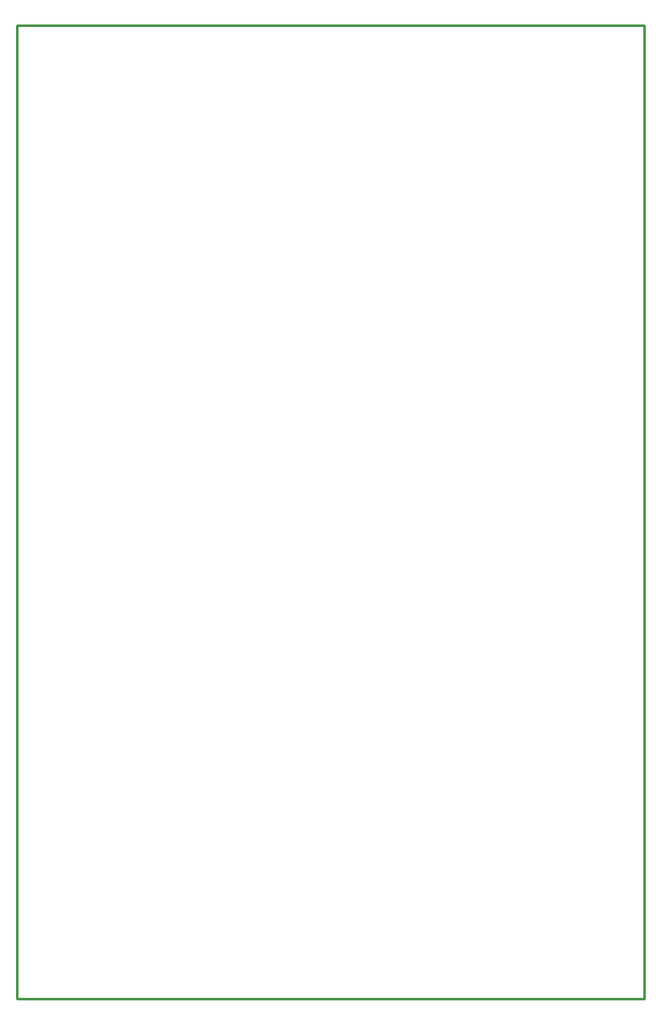
<source format=gm1>
G04*
G04 #@! TF.GenerationSoftware,Altium Limited,Altium Designer,19.1.7 (138)*
G04*
G04 Layer_Color=16711935*
%FSLAX25Y25*%
%MOIN*%
G70*
G01*
G75*
%ADD13C,0.01000*%
D13*
X-124016Y-204724D02*
Y179700D01*
X124016D01*
Y-204724D02*
Y179700D01*
X-124016Y-204724D02*
X124016D01*
M02*

</source>
